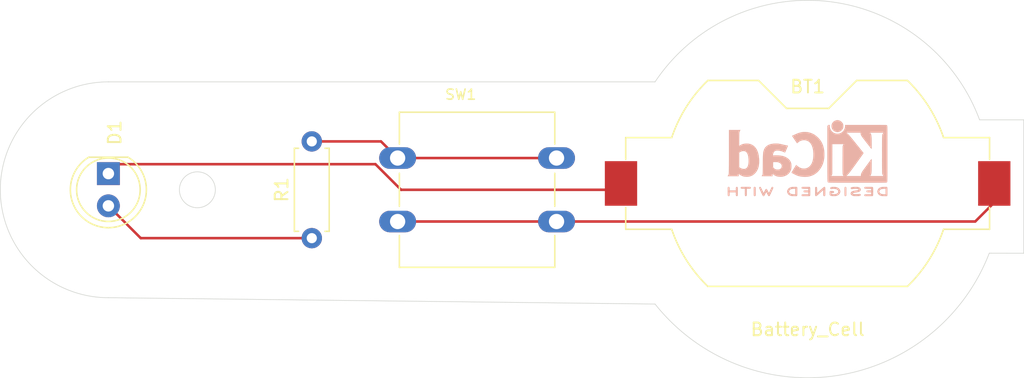
<source format=kicad_pcb>
(kicad_pcb (version 20241229) (generator "pcbnew") (generator_version "9.0")
  (title_block (title "led-torch") (date "2026-01-27") (rev "1") (company "tech"))
  (layers (0 "F.Cu" signal) (2 "B.Cu" signal) (13 "F.Paste" user) (15 "B.Paste" user) (5 "F.SilkS" user "F.Silkscreen") (7 "B.SilkS" user "B.Silkscreen") (1 "F.Mask" user) (3 "B.Mask" user) (25 "Edge.Cuts" user))
  (net 0 "")
  (net 1 "/<NO NET>")
  (net 2 "/LED_cathode")
  (net 3 "/LED_anode")
  (net 4 "Net-(SW1A-A)")
  (footprint "Resistor_THT:R_Axial_DIN0207_L6.3mm_D2.5mm_P7.62mm_Horizontal" (layer "F.Cu") (at 76.5 139.31 90)
    (property "Reference" "R1" (at 3.81 -2.37 90) (layer "F.SilkS"))
    (property "Value" "R")
    (pad "1" thru_hole circle (at 0 0 90) (size 1.6 1.6) (drill 0.8) (layers "*.Cu" "*.Mask") (net 3 "/LED_anode"))
    (pad "2" thru_hole circle (at 7.62 0 90) (size 1.6 1.6) (drill 0.8) (layers "*.Cu" "*.Mask") (net 4 "Net-(SW1A-A)"))
  )
  (footprint "Button_Switch_THT:SW_SPST_Omron_B3F-40xx" (layer "F.Cu") (at 83.25 133)
    (property "Reference" "SW1" (at 4.964286 -5 0) (layer "F.SilkS") (effects (font (size 0.8 0.8) (thickness 0.125))))
    (property "Value" "SW_DPST_x2")
    (pad "" np_thru_hole circle (at 6.25 -2) (size 1.8 1.8) (drill 1.8) (layers "*.Cu" "*.Mask"))
    (pad "" np_thru_hole circle (at 6.25 7) (size 1.8 1.8) (drill 1.8) (layers "*.Cu" "*.Mask"))
    (pad "1" thru_hole oval (at 0 0) (size 2.9 1.7) (drill 1.2) (layers "*.Cu" "*.Mask") (net 4 "Net-(SW1A-A)"))
    (pad "1" thru_hole oval (at 12.5 0) (size 2.9 1.7) (drill 1.2) (layers "*.Cu" "*.Mask") (net 4 "Net-(SW1A-A)"))
    (pad "2" thru_hole oval (at 0 5) (size 2.9 1.7) (drill 1.2) (layers "*.Cu" "*.Mask") (net 1 "/<NO NET>"))
    (pad "2" thru_hole oval (at 12.5 5) (size 2.9 1.7) (drill 1.2) (layers "*.Cu" "*.Mask") (net 1 "/<NO NET>"))
  )
  (footprint "LED_THT:LED_D5.0mm" (layer "F.Cu") (at 60.5 134.225 -90)
    (property "Reference" "D1" (at -3.225 -0.5 90) (layer "F.SilkS"))
    (property "Value" "LED")
    (pad "1" thru_hole rect (at 0 0 270) (size 1.8 1.8) (drill 0.9) (layers "*.Cu" "*.Mask") (net 2 "/LED_cathode"))
    (pad "2" thru_hole circle (at 2.54 0 270) (size 1.8 1.8) (drill 0.9) (layers "*.Cu" "*.Mask") (net 3 "/LED_anode"))
  )
  (footprint "Battery:BatteryHolder_Keystone_1058_1x2032" (layer "F.Cu") (at 115.5 135 180)
    (property "Reference" "BT1" (at 0 7.62 0) (layer "F.SilkS"))
    (property "Value" "Battery_Cell" (at 0 -11.5 0) (layer "F.SilkS"))
    (pad "1" smd rect (at -14.68 0 180) (size 2.54 3.51) (layers "F.Cu" "F.Mask" "F.Paste") (net 1 "/<NO NET>"))
    (pad "2" smd rect (at 14.68 0 180) (size 2.54 3.51) (layers "F.Cu" "F.Mask" "F.Paste") (net 2 "/LED_cathode"))
  )
  (footprint "Symbol:KiCad-Logo2_5mm_SilkScreen" (layer "B.Cu") (at 115.5 133 180)
    (property "Reference" "REF**" (hide yes))
    (property "Value" "KiCad-Logo2_5mm_SilkScreen" (hide yes))
  )
  (gr_circle (center 67.5 135.5) (end 68.5 136.5) (stroke (width 0.05)) (fill no) (layer "Edge.Cuts"))
  (gr_line (start 132.5 129.990961) (end 132.5 140.5) (stroke (width 0.05)) (layer "Edge.Cuts"))
  (gr_line (start 60.5 127.000001) (end 103.500001 127) (stroke (width 0.05)) (layer "Edge.Cuts"))
  (gr_line (start 129.785066 140.494257) (end 132.5 140.5) (stroke (width 0.05)) (layer "Edge.Cuts"))
  (gr_arc (start 103.5 127) (mid 117.178516 120.675804) (end 129.024405 129.990961) (stroke (width 0.05)) (layer "Edge.Cuts"))
  (gr_arc (start 129.785067 140.494257) (mid 117.805835 150.130536) (end 103.5 144.5) (stroke (width 0.05)) (layer "Edge.Cuts"))
  (gr_line (start 129.024405 129.990962) (end 132.5 129.990961) (stroke (width 0.05)) (layer "Edge.Cuts"))
  (gr_line (start 60.5 143.999999) (end 103.5 144.5) (stroke (width 0.05)) (layer "Edge.Cuts"))
  (gr_arc (start 60.5 143.999999) (mid 52.000001 135.5) (end 60.5 127.000001) (stroke (width 0.05)) (layer "Edge.Cuts"))
  (segment (start 95.75 138) (end 128.68 138) (width 0.2) (layer "F.Cu") (net 1))
  (segment (start 83.25 138) (end 95.75 138) (width 0.2) (layer "F.Cu") (net 1))
  (segment (start 128.68 138) (end 131.18 135.5) (width 0.2) (layer "F.Cu") (net 1))
  (segment (start 61.240213 133.484787) (end 81.507027 133.484787) (width 0.2) (layer "F.Cu") (net 2))
  (segment (start 60.5 134.225) (end 61.240213 133.484787) (width 0.2) (layer "F.Cu") (net 2))
  (segment (start 83.52224 135.5) (end 101.82 135.5) (width 0.2) (layer "F.Cu") (net 2))
  (segment (start 81.507027 133.484787) (end 83.52224 135.5) (width 0.2) (layer "F.Cu") (net 2))
  (segment (start 63.045 139.31) (end 76.5 139.31) (width 0.2) (layer "F.Cu") (net 3))
  (segment (start 60.5 136.765) (end 63.045 139.31) (width 0.2) (layer "F.Cu") (net 3))
  (segment (start 83.25 133) (end 95.75 133) (width 0.2) (layer "F.Cu") (net 4))
  (segment (start 81.94 131.69) (end 83.25 133) (width 0.2) (layer "F.Cu") (net 4))
  (segment (start 76.5 131.69) (end 81.94 131.69) (width 0.2) (layer "F.Cu") (net 4))
)
</source>
